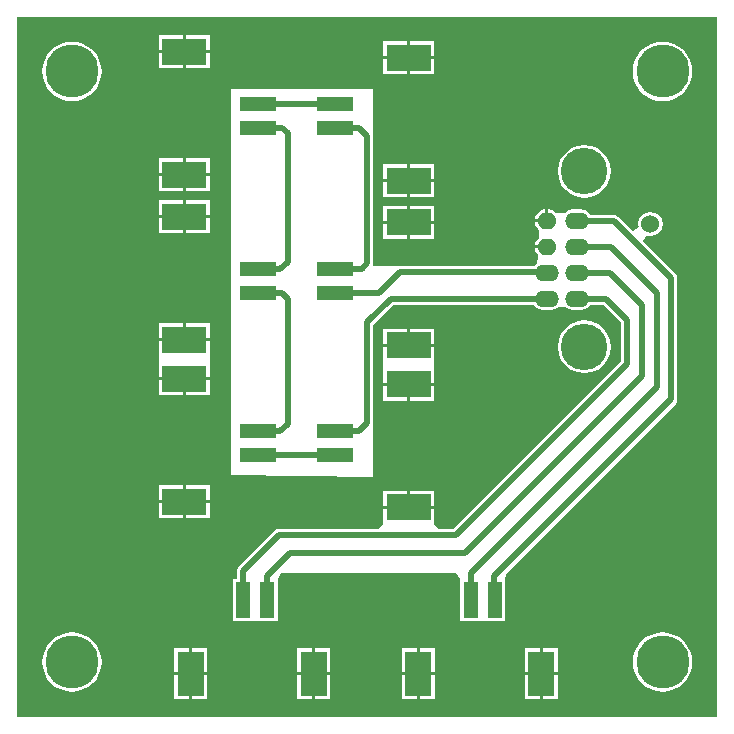
<source format=gtl>
G04*
G04 #@! TF.GenerationSoftware,Altium Limited,Altium Designer,18.0.7 (293)*
G04*
G04 Layer_Physical_Order=1*
G04 Layer_Color=255*
%FSLAX44Y44*%
%MOMM*%
G71*
G01*
G75*
%ADD10R,1.2700X3.0480*%
%ADD11R,2.2860X3.8100*%
%ADD12R,3.0480X1.2700*%
%ADD13R,3.8100X2.2860*%
%ADD14C,0.5000*%
%ADD15O,2.0000X1.4000*%
%ADD16O,1.6000X1.4000*%
%ADD17C,3.9370*%
%ADD18C,1.5240*%
%ADD19C,4.5000*%
G36*
X596115Y3885D02*
X3885D01*
Y596115D01*
X596115D01*
Y3885D01*
D02*
G37*
%LPC*%
G36*
X166590Y580610D02*
X146270D01*
Y567910D01*
X166590D01*
Y580610D01*
D02*
G37*
G36*
X143730D02*
X123410D01*
Y567910D01*
X143730D01*
Y580610D01*
D02*
G37*
G36*
X356590Y575610D02*
X336270D01*
Y562910D01*
X356590D01*
Y575610D01*
D02*
G37*
G36*
X333730D02*
X313410D01*
Y562910D01*
X333730D01*
Y575610D01*
D02*
G37*
G36*
X166590Y565370D02*
X146270D01*
Y552670D01*
X166590D01*
Y565370D01*
D02*
G37*
G36*
X143730D02*
X123410D01*
Y552670D01*
X143730D01*
Y565370D01*
D02*
G37*
G36*
X356590Y560370D02*
X336270D01*
Y547670D01*
X356590D01*
Y560370D01*
D02*
G37*
G36*
X333730D02*
X313410D01*
Y547670D01*
X333730D01*
Y560370D01*
D02*
G37*
G36*
X550000Y575161D02*
X545091Y574678D01*
X540371Y573246D01*
X536021Y570921D01*
X532208Y567792D01*
X529079Y563979D01*
X526754Y559629D01*
X525322Y554909D01*
X524839Y550000D01*
X525322Y545091D01*
X526754Y540371D01*
X529079Y536021D01*
X532208Y532208D01*
X536021Y529079D01*
X540371Y526754D01*
X545091Y525322D01*
X550000Y524839D01*
X554909Y525322D01*
X559629Y526754D01*
X563979Y529079D01*
X567792Y532208D01*
X570921Y536021D01*
X573246Y540371D01*
X574678Y545091D01*
X575161Y550000D01*
X574678Y554909D01*
X573246Y559629D01*
X570921Y563979D01*
X567792Y567792D01*
X563979Y570921D01*
X559629Y573246D01*
X554909Y574678D01*
X550000Y575161D01*
D02*
G37*
G36*
X50000D02*
X45091Y574678D01*
X40371Y573246D01*
X36021Y570921D01*
X32208Y567792D01*
X29079Y563979D01*
X26754Y559629D01*
X25322Y554909D01*
X24839Y550000D01*
X25322Y545091D01*
X26754Y540371D01*
X29079Y536021D01*
X32208Y532208D01*
X36021Y529079D01*
X40371Y526754D01*
X45091Y525322D01*
X50000Y524839D01*
X54909Y525322D01*
X59629Y526754D01*
X63979Y529079D01*
X67792Y532208D01*
X70921Y536021D01*
X73246Y540371D01*
X74678Y545091D01*
X75161Y550000D01*
X74678Y554909D01*
X73246Y559629D01*
X70921Y563979D01*
X67792Y567792D01*
X63979Y570921D01*
X59629Y573246D01*
X54909Y574678D01*
X50000Y575161D01*
D02*
G37*
G36*
X166590Y476470D02*
X146270D01*
Y463770D01*
X166590D01*
Y476470D01*
D02*
G37*
G36*
X143730D02*
X123410D01*
Y463770D01*
X143730D01*
Y476470D01*
D02*
G37*
G36*
X356590Y471470D02*
X336270D01*
Y458770D01*
X356590D01*
Y471470D01*
D02*
G37*
G36*
X333730D02*
X313410D01*
Y458770D01*
X333730D01*
Y471470D01*
D02*
G37*
G36*
X166590Y461230D02*
X146270D01*
Y448530D01*
X166590D01*
Y461230D01*
D02*
G37*
G36*
X143730D02*
X123410D01*
Y448530D01*
X143730D01*
Y461230D01*
D02*
G37*
G36*
X356590Y456230D02*
X336270D01*
Y443530D01*
X356590D01*
Y456230D01*
D02*
G37*
G36*
X333730D02*
X313410D01*
Y443530D01*
X333730D01*
Y456230D01*
D02*
G37*
G36*
X483850Y487867D02*
X478048Y487103D01*
X472642Y484864D01*
X467999Y481301D01*
X464436Y476658D01*
X462197Y471252D01*
X461433Y465450D01*
X462197Y459648D01*
X464436Y454242D01*
X467999Y449599D01*
X472642Y446036D01*
X478048Y443797D01*
X483850Y443033D01*
X489652Y443797D01*
X495058Y446036D01*
X499701Y449599D01*
X503264Y454242D01*
X505503Y459648D01*
X506267Y465450D01*
X505503Y471252D01*
X503264Y476658D01*
X499701Y481301D01*
X495058Y484864D01*
X489652Y487103D01*
X483850Y487867D01*
D02*
G37*
G36*
X166860Y440920D02*
X146540D01*
Y428220D01*
X166860D01*
Y440920D01*
D02*
G37*
G36*
X144000D02*
X123680D01*
Y428220D01*
X144000D01*
Y440920D01*
D02*
G37*
G36*
X450830Y433173D02*
X447378Y432486D01*
X444222Y430378D01*
X442113Y427222D01*
X441626Y424770D01*
X450830D01*
Y433173D01*
D02*
G37*
G36*
X356590Y436470D02*
X336270D01*
Y423770D01*
X356590D01*
Y436470D01*
D02*
G37*
G36*
X333730D02*
X313410D01*
Y423770D01*
X333730D01*
Y436470D01*
D02*
G37*
G36*
X166860Y425680D02*
X146540D01*
Y412980D01*
X166860D01*
Y425680D01*
D02*
G37*
G36*
X144000D02*
X123680D01*
Y412980D01*
X144000D01*
Y425680D01*
D02*
G37*
G36*
X305139Y535050D02*
X185000Y534958D01*
X185000Y208064D01*
X305139Y206773D01*
Y335372D01*
X322128Y352361D01*
X441060D01*
X442222Y350622D01*
X445378Y348513D01*
X449100Y347773D01*
X455100D01*
X458822Y348513D01*
X461978Y350622D01*
X467622D01*
X470778Y348513D01*
X474500Y347773D01*
X480500D01*
X484222Y348513D01*
X487378Y350622D01*
X488540Y352361D01*
X500372D01*
X514861Y337872D01*
Y304629D01*
X372872Y162639D01*
X360812D01*
X356590Y166890D01*
X356590Y168639D01*
Y179590D01*
X335000D01*
X313410D01*
Y168639D01*
X313410Y166890D01*
X309188Y162639D01*
X225000D01*
X223034Y162248D01*
X221366Y161134D01*
X191366Y131134D01*
X190252Y129466D01*
X189861Y127500D01*
Y120280D01*
X186110D01*
Y84720D01*
X203890D01*
Y84720D01*
X206430D01*
Y84720D01*
X224210D01*
Y120280D01*
X227300Y125000D01*
X375520D01*
X378610Y120280D01*
Y84720D01*
X396390D01*
Y84720D01*
X398930D01*
Y84720D01*
X416710D01*
Y120280D01*
X416710D01*
X418009Y125742D01*
X561134Y268866D01*
X562248Y270534D01*
X562639Y272500D01*
Y375000D01*
X562248Y376967D01*
X561134Y378634D01*
X533549Y406219D01*
X533729Y406642D01*
X537085Y411167D01*
X539730Y410641D01*
X543694Y411429D01*
X547055Y413675D01*
X549300Y417036D01*
X550089Y421000D01*
X549300Y424964D01*
X547055Y428325D01*
X543694Y430570D01*
X539730Y431359D01*
X535766Y430570D01*
X532405Y428325D01*
X530159Y424964D01*
X529371Y421000D01*
X529897Y418355D01*
X525372Y414999D01*
X524949Y414819D01*
X512634Y427134D01*
X510966Y428248D01*
X509000Y428639D01*
X488540D01*
X487378Y430378D01*
X484222Y432486D01*
X480500Y433227D01*
X474500D01*
X470778Y432486D01*
X467622Y430378D01*
X467228Y429788D01*
X460372D01*
X459978Y430378D01*
X456822Y432486D01*
X453370Y433173D01*
Y423500D01*
X452100D01*
Y422230D01*
X441626D01*
X442113Y419778D01*
X444222Y416622D01*
X445402Y415833D01*
X445504Y415559D01*
Y409441D01*
X445402Y409167D01*
X444222Y408378D01*
X442113Y405222D01*
X441626Y402770D01*
X452100D01*
Y400230D01*
X441626D01*
X442113Y397778D01*
X444222Y394622D01*
X444508Y394431D01*
X444790Y392500D01*
X443991Y387560D01*
X442222Y386378D01*
X441394Y385139D01*
X327500D01*
X326802Y385000D01*
X305139D01*
Y515139D01*
X305139Y535050D01*
D02*
G37*
G36*
X356590Y421230D02*
X336270D01*
Y408530D01*
X356590D01*
Y421230D01*
D02*
G37*
G36*
X333730D02*
X313410D01*
Y408530D01*
X333730D01*
Y421230D01*
D02*
G37*
G36*
X166860Y336780D02*
X146540D01*
Y324080D01*
X166860D01*
Y336780D01*
D02*
G37*
G36*
X144000D02*
X123680D01*
Y324080D01*
X144000D01*
Y336780D01*
D02*
G37*
G36*
X356590Y332330D02*
X336270D01*
Y319630D01*
X356590D01*
Y332330D01*
D02*
G37*
G36*
X333730D02*
X313410D01*
Y319630D01*
X333730D01*
Y332330D01*
D02*
G37*
G36*
X483850Y339277D02*
X478048Y338513D01*
X472642Y336273D01*
X467999Y332711D01*
X464436Y328068D01*
X462197Y322662D01*
X461433Y316860D01*
X462197Y311058D01*
X464436Y305652D01*
X467999Y301009D01*
X472642Y297446D01*
X478048Y295207D01*
X483850Y294443D01*
X489652Y295207D01*
X495058Y297446D01*
X499701Y301009D01*
X503264Y305652D01*
X505503Y311058D01*
X506267Y316860D01*
X505503Y322662D01*
X503264Y328068D01*
X499701Y332711D01*
X495058Y336273D01*
X489652Y338513D01*
X483850Y339277D01*
D02*
G37*
G36*
X166860Y321540D02*
X123680D01*
Y309858D01*
X123410Y303970D01*
X123410Y302952D01*
Y291270D01*
X166590D01*
Y302952D01*
X166860Y308840D01*
X166860Y309858D01*
Y321540D01*
D02*
G37*
G36*
X356590Y317090D02*
X335000D01*
X313410D01*
Y304970D01*
X313410Y304390D01*
Y298970D01*
X313410Y298390D01*
Y286270D01*
X335000D01*
X356590D01*
Y298390D01*
X356590Y298970D01*
Y304390D01*
X356590Y304970D01*
Y317090D01*
D02*
G37*
G36*
X166590Y288730D02*
X146270D01*
Y276030D01*
X166590D01*
Y288730D01*
D02*
G37*
G36*
X143730D02*
X123410D01*
Y276030D01*
X143730D01*
Y288730D01*
D02*
G37*
G36*
X356590Y283730D02*
X336270D01*
Y271030D01*
X356590D01*
Y283730D01*
D02*
G37*
G36*
X333730D02*
X313410D01*
Y271030D01*
X333730D01*
Y283730D01*
D02*
G37*
G36*
X166590Y199830D02*
X146270D01*
Y187130D01*
X166590D01*
Y199830D01*
D02*
G37*
G36*
X143730D02*
X123410D01*
Y187130D01*
X143730D01*
Y199830D01*
D02*
G37*
G36*
X356590Y194830D02*
X336270D01*
Y182130D01*
X356590D01*
Y194830D01*
D02*
G37*
G36*
X333730D02*
X313410D01*
Y182130D01*
X333730D01*
Y194830D01*
D02*
G37*
G36*
X166590Y184590D02*
X146270D01*
Y171890D01*
X166590D01*
Y184590D01*
D02*
G37*
G36*
X143730D02*
X123410D01*
Y171890D01*
X143730D01*
Y184590D01*
D02*
G37*
G36*
X461160Y61860D02*
X448460D01*
Y41540D01*
X461160D01*
Y61860D01*
D02*
G37*
G36*
X357020D02*
X344320D01*
Y41540D01*
X357020D01*
Y61860D01*
D02*
G37*
G36*
X445920D02*
X433220D01*
Y41540D01*
X445920D01*
Y61860D01*
D02*
G37*
G36*
X341780D02*
X329080D01*
Y41540D01*
X341780D01*
Y61860D01*
D02*
G37*
G36*
X268660D02*
X255960D01*
Y41540D01*
X268660D01*
Y61860D01*
D02*
G37*
G36*
X164520D02*
X151820D01*
Y41540D01*
X164520D01*
Y61860D01*
D02*
G37*
G36*
X253420D02*
X240720D01*
Y41540D01*
X253420D01*
Y61860D01*
D02*
G37*
G36*
X149280D02*
X136580D01*
Y41540D01*
X149280D01*
Y61860D01*
D02*
G37*
G36*
X550000Y75161D02*
X545091Y74678D01*
X540371Y73246D01*
X536021Y70921D01*
X532208Y67792D01*
X529079Y63979D01*
X526754Y59629D01*
X525322Y54909D01*
X524839Y50000D01*
X525322Y45091D01*
X526754Y40371D01*
X529079Y36021D01*
X532208Y32208D01*
X536021Y29079D01*
X540371Y26754D01*
X545091Y25322D01*
X550000Y24839D01*
X554909Y25322D01*
X559629Y26754D01*
X563979Y29079D01*
X567792Y32208D01*
X570921Y36021D01*
X573246Y40371D01*
X574678Y45091D01*
X575161Y50000D01*
X574678Y54909D01*
X573246Y59629D01*
X570921Y63979D01*
X567792Y67792D01*
X563979Y70921D01*
X559629Y73246D01*
X554909Y74678D01*
X550000Y75161D01*
D02*
G37*
G36*
X50000D02*
X45091Y74678D01*
X40371Y73246D01*
X36021Y70921D01*
X32208Y67792D01*
X29079Y63979D01*
X26754Y59629D01*
X25322Y54909D01*
X24839Y50000D01*
X25322Y45091D01*
X26754Y40371D01*
X29079Y36021D01*
X32208Y32208D01*
X36021Y29079D01*
X40371Y26754D01*
X45091Y25322D01*
X50000Y24839D01*
X54909Y25322D01*
X59629Y26754D01*
X63979Y29079D01*
X67792Y32208D01*
X70921Y36021D01*
X73246Y40371D01*
X74678Y45091D01*
X75161Y50000D01*
X74678Y54909D01*
X73246Y59629D01*
X70921Y63979D01*
X67792Y67792D01*
X63979Y70921D01*
X59629Y73246D01*
X54909Y74678D01*
X50000Y75161D01*
D02*
G37*
G36*
X461160Y39000D02*
X448460D01*
Y18680D01*
X461160D01*
Y39000D01*
D02*
G37*
G36*
X445920D02*
X433220D01*
Y18680D01*
X445920D01*
Y39000D01*
D02*
G37*
G36*
X357020D02*
X344320D01*
Y18680D01*
X357020D01*
Y39000D01*
D02*
G37*
G36*
X341780D02*
X329080D01*
Y18680D01*
X341780D01*
Y39000D01*
D02*
G37*
G36*
X268660Y39000D02*
X255960D01*
Y18680D01*
X268660D01*
Y39000D01*
D02*
G37*
G36*
X253420D02*
X240720D01*
Y18680D01*
X253420D01*
Y39000D01*
D02*
G37*
G36*
X164520D02*
X151820D01*
Y18680D01*
X164520D01*
Y39000D01*
D02*
G37*
G36*
X149280D02*
X136580D01*
Y18680D01*
X149280D01*
Y39000D01*
D02*
G37*
%LPD*%
D10*
X387500Y102500D02*
D03*
X407820D02*
D03*
X195000D02*
D03*
X215320D02*
D03*
D11*
X343050Y40270D02*
D03*
X447190D02*
D03*
X150550D02*
D03*
X254690D02*
D03*
D12*
X272770Y225310D02*
D03*
Y245630D02*
D03*
X207230Y245550D02*
D03*
Y225230D02*
D03*
X207500Y382500D02*
D03*
Y362180D02*
D03*
X207230Y522190D02*
D03*
Y501870D02*
D03*
X272770Y501950D02*
D03*
Y522270D02*
D03*
Y362810D02*
D03*
Y383130D02*
D03*
D13*
X335000Y180860D02*
D03*
Y285000D02*
D03*
X145000Y290000D02*
D03*
Y185860D02*
D03*
X145270Y426950D02*
D03*
Y322810D02*
D03*
X145000Y566640D02*
D03*
Y462500D02*
D03*
X335000Y457500D02*
D03*
Y561640D02*
D03*
Y318360D02*
D03*
Y422500D02*
D03*
D14*
X320000Y357500D02*
X452100D01*
X300000Y337500D02*
X320000Y357500D01*
X520000Y302500D02*
Y340000D01*
X502500Y357500D02*
X520000Y340000D01*
X477500Y357500D02*
X502500D01*
X375000Y157500D02*
X520000Y302500D01*
X505500Y379500D02*
X532500Y352500D01*
Y292500D02*
Y352500D01*
X382500Y142500D02*
X532500Y292500D01*
X506000Y401500D02*
X545000Y362500D01*
Y282500D02*
Y362500D01*
X387500Y125000D02*
X545000Y282500D01*
X509000Y423500D02*
X557500Y375000D01*
Y272500D02*
Y375000D01*
X407500Y122500D02*
X557500Y272500D01*
X477500Y423500D02*
X509000D01*
X477500Y401500D02*
X506000D01*
X477500Y379500D02*
X505500D01*
X327500Y380000D02*
X452100D01*
X195000Y127500D02*
X225000Y157500D01*
X195000Y102500D02*
Y127500D01*
Y100000D02*
Y102500D01*
X215320D02*
Y122820D01*
X235000Y142500D01*
X407500Y111870D02*
Y122500D01*
X387500Y112190D02*
Y125000D01*
X235000Y142500D02*
X382500D01*
X225000Y157500D02*
X375000D01*
X310310Y362810D02*
X327500Y380000D01*
X272770Y362810D02*
X310310D01*
X300000Y252500D02*
Y337500D01*
X293130Y245630D02*
X300000Y252500D01*
X272770Y245630D02*
X293130D01*
X272770Y383130D02*
X295630D01*
X300000Y387500D01*
Y495000D01*
X293050Y501950D02*
X300000Y495000D01*
X272770Y501950D02*
X293050D01*
X207310Y522270D02*
X272770D01*
X207230Y522190D02*
X207310Y522270D01*
X207230Y501870D02*
X228130D01*
X232500Y497500D01*
Y388450D02*
Y497500D01*
X226550Y382500D02*
X232500Y388450D01*
X207500Y382500D02*
X226550D01*
X207500Y362180D02*
X227820D01*
X232500Y357500D01*
Y251770D02*
Y357500D01*
X226280Y245550D02*
X232500Y251770D01*
X207230Y245550D02*
X226280D01*
X207230Y225230D02*
X272690D01*
X272770Y225310D01*
D15*
X452100Y357500D02*
D03*
Y379500D02*
D03*
X477500Y357500D02*
D03*
Y379500D02*
D03*
Y401500D02*
D03*
Y423500D02*
D03*
D16*
X452100Y401500D02*
D03*
Y423500D02*
D03*
D17*
X483850Y316860D02*
D03*
Y465450D02*
D03*
D18*
X539730Y421000D02*
D03*
D19*
X550000Y550000D02*
D03*
Y50000D02*
D03*
X50000Y550000D02*
D03*
Y50000D02*
D03*
M02*

</source>
